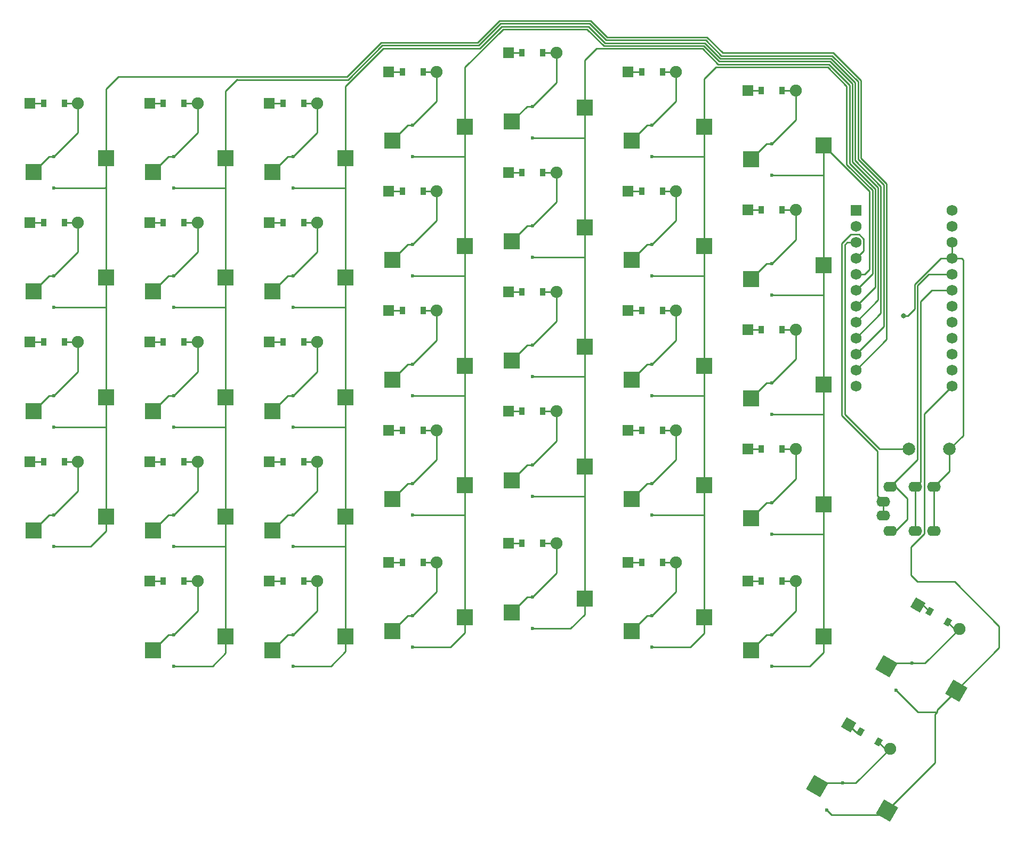
<source format=gbr>
%TF.GenerationSoftware,KiCad,Pcbnew,6.0.2*%
%TF.CreationDate,2022-02-19T14:05:47-05:00*%
%TF.ProjectId,jonkey-v1,6a6f6e6b-6579-42d7-9631-2e6b69636164,v1.0.0*%
%TF.SameCoordinates,Original*%
%TF.FileFunction,Copper,L1,Top*%
%TF.FilePolarity,Positive*%
%FSLAX46Y46*%
G04 Gerber Fmt 4.6, Leading zero omitted, Abs format (unit mm)*
G04 Created by KiCad (PCBNEW 6.0.2) date 2022-02-19 14:05:47*
%MOMM*%
%LPD*%
G01*
G04 APERTURE LIST*
G04 Aperture macros list*
%AMRotRect*
0 Rectangle, with rotation*
0 The origin of the aperture is its center*
0 $1 length*
0 $2 width*
0 $3 Rotation angle, in degrees counterclockwise*
0 Add horizontal line*
21,1,$1,$2,0,0,$3*%
G04 Aperture macros list end*
%TA.AperFunction,SMDPad,CuDef*%
%ADD10R,0.900000X1.200000*%
%TD*%
%TA.AperFunction,ComponentPad*%
%ADD11C,1.905000*%
%TD*%
%TA.AperFunction,ComponentPad*%
%ADD12R,1.778000X1.778000*%
%TD*%
%TA.AperFunction,ComponentPad*%
%ADD13C,0.600000*%
%TD*%
%TA.AperFunction,SMDPad,CuDef*%
%ADD14R,2.600000X2.600000*%
%TD*%
%TA.AperFunction,SMDPad,CuDef*%
%ADD15RotRect,0.900000X1.200000X330.000000*%
%TD*%
%TA.AperFunction,ComponentPad*%
%ADD16RotRect,1.778000X1.778000X330.000000*%
%TD*%
%TA.AperFunction,SMDPad,CuDef*%
%ADD17RotRect,2.600000X2.600000X150.000000*%
%TD*%
%TA.AperFunction,ComponentPad*%
%ADD18R,1.752600X1.752600*%
%TD*%
%TA.AperFunction,ComponentPad*%
%ADD19C,1.752600*%
%TD*%
%TA.AperFunction,ComponentPad*%
%ADD20C,2.000000*%
%TD*%
%TA.AperFunction,ComponentPad*%
%ADD21O,2.200000X1.600000*%
%TD*%
%TA.AperFunction,ViaPad*%
%ADD22C,0.800000*%
%TD*%
%TA.AperFunction,Conductor*%
%ADD23C,0.250000*%
%TD*%
G04 APERTURE END LIST*
D10*
%TO.P,D1,1*%
%TO.N,P10*%
X63370000Y-100280000D03*
%TO.P,D1,2*%
%TO.N,macro_bottom*%
X66670000Y-100280000D03*
D11*
%TO.P,D1,1*%
X68830000Y-100280000D03*
D12*
%TO.P,D1,2*%
%TO.N,P10*%
X61210000Y-100280000D03*
%TD*%
D13*
%TO.P,REF\u002A\u002A,1*%
%TO.N,macro_bottom*%
X65020000Y-108780000D03*
%TD*%
%TO.P,REF\u002A\u002A,1*%
%TO.N,P16*%
X65020000Y-113780000D03*
%TD*%
D14*
%TO.P,S1,1*%
%TO.N,macro_bottom*%
X61745000Y-111230000D03*
%TO.P,S1,2*%
%TO.N,P16*%
X73295000Y-109030000D03*
%TD*%
D10*
%TO.P,D2,1*%
%TO.N,P6*%
X63370000Y-81280000D03*
%TO.P,D2,2*%
%TO.N,macro_home*%
X66670000Y-81280000D03*
D11*
%TO.P,D2,1*%
X68830000Y-81280000D03*
D12*
%TO.P,D2,2*%
%TO.N,P6*%
X61210000Y-81280000D03*
%TD*%
D13*
%TO.P,REF\u002A\u002A,1*%
%TO.N,macro_home*%
X65020000Y-89780000D03*
%TD*%
%TO.P,REF\u002A\u002A,1*%
%TO.N,P16*%
X65020000Y-94780000D03*
%TD*%
D14*
%TO.P,S2,1*%
%TO.N,macro_home*%
X61745000Y-92230000D03*
%TO.P,S2,2*%
%TO.N,P16*%
X73295000Y-90030000D03*
%TD*%
D10*
%TO.P,D3,1*%
%TO.N,P5*%
X63370000Y-62280000D03*
%TO.P,D3,2*%
%TO.N,macro_top*%
X66670000Y-62280000D03*
D11*
%TO.P,D3,1*%
X68830000Y-62280000D03*
D12*
%TO.P,D3,2*%
%TO.N,P5*%
X61210000Y-62280000D03*
%TD*%
D13*
%TO.P,REF\u002A\u002A,1*%
%TO.N,macro_top*%
X65020000Y-70780000D03*
%TD*%
%TO.P,REF\u002A\u002A,1*%
%TO.N,P16*%
X65020000Y-75780000D03*
%TD*%
D14*
%TO.P,S3,1*%
%TO.N,macro_top*%
X61745000Y-73230000D03*
%TO.P,S3,2*%
%TO.N,P16*%
X73295000Y-71030000D03*
%TD*%
D10*
%TO.P,D4,1*%
%TO.N,P4*%
X63370000Y-43280000D03*
%TO.P,D4,2*%
%TO.N,macro_numbers*%
X66670000Y-43280000D03*
D11*
%TO.P,D4,1*%
X68830000Y-43280000D03*
D12*
%TO.P,D4,2*%
%TO.N,P4*%
X61210000Y-43280000D03*
%TD*%
D13*
%TO.P,REF\u002A\u002A,1*%
%TO.N,macro_numbers*%
X65020000Y-51780000D03*
%TD*%
%TO.P,REF\u002A\u002A,1*%
%TO.N,P16*%
X65020000Y-56780000D03*
%TD*%
D14*
%TO.P,S4,1*%
%TO.N,macro_numbers*%
X61745000Y-54230000D03*
%TO.P,S4,2*%
%TO.N,P16*%
X73295000Y-52030000D03*
%TD*%
D10*
%TO.P,D5,1*%
%TO.N,P10*%
X82370000Y-100280000D03*
%TO.P,D5,2*%
%TO.N,command_bottom*%
X85670000Y-100280000D03*
D11*
%TO.P,D5,1*%
X87830000Y-100280000D03*
D12*
%TO.P,D5,2*%
%TO.N,P10*%
X80210000Y-100280000D03*
%TD*%
D13*
%TO.P,REF\u002A\u002A,1*%
%TO.N,command_bottom*%
X84020000Y-108780000D03*
%TD*%
%TO.P,REF\u002A\u002A,1*%
%TO.N,P14*%
X84020000Y-113780000D03*
%TD*%
D14*
%TO.P,S5,1*%
%TO.N,command_bottom*%
X80745000Y-111230000D03*
%TO.P,S5,2*%
%TO.N,P14*%
X92295000Y-109030000D03*
%TD*%
D10*
%TO.P,D6,1*%
%TO.N,P6*%
X82370000Y-81280000D03*
%TO.P,D6,2*%
%TO.N,command_home*%
X85670000Y-81280000D03*
D11*
%TO.P,D6,1*%
X87830000Y-81280000D03*
D12*
%TO.P,D6,2*%
%TO.N,P6*%
X80210000Y-81280000D03*
%TD*%
D13*
%TO.P,REF\u002A\u002A,1*%
%TO.N,command_home*%
X84020000Y-89780000D03*
%TD*%
%TO.P,REF\u002A\u002A,1*%
%TO.N,P14*%
X84020000Y-94780000D03*
%TD*%
D14*
%TO.P,S6,1*%
%TO.N,command_home*%
X80745000Y-92230000D03*
%TO.P,S6,2*%
%TO.N,P14*%
X92295000Y-90030000D03*
%TD*%
D10*
%TO.P,D7,1*%
%TO.N,P5*%
X82370000Y-62280000D03*
%TO.P,D7,2*%
%TO.N,command_top*%
X85670000Y-62280000D03*
D11*
%TO.P,D7,1*%
X87830000Y-62280000D03*
D12*
%TO.P,D7,2*%
%TO.N,P5*%
X80210000Y-62280000D03*
%TD*%
D13*
%TO.P,REF\u002A\u002A,1*%
%TO.N,command_top*%
X84020000Y-70780000D03*
%TD*%
%TO.P,REF\u002A\u002A,1*%
%TO.N,P14*%
X84020000Y-75780000D03*
%TD*%
D14*
%TO.P,S7,1*%
%TO.N,command_top*%
X80745000Y-73230000D03*
%TO.P,S7,2*%
%TO.N,P14*%
X92295000Y-71030000D03*
%TD*%
D10*
%TO.P,D8,1*%
%TO.N,P4*%
X82370000Y-43280000D03*
%TO.P,D8,2*%
%TO.N,command_numbers*%
X85670000Y-43280000D03*
D11*
%TO.P,D8,1*%
X87830000Y-43280000D03*
D12*
%TO.P,D8,2*%
%TO.N,P4*%
X80210000Y-43280000D03*
%TD*%
D13*
%TO.P,REF\u002A\u002A,1*%
%TO.N,command_numbers*%
X84020000Y-51780000D03*
%TD*%
%TO.P,REF\u002A\u002A,1*%
%TO.N,P14*%
X84020000Y-56780000D03*
%TD*%
D14*
%TO.P,S8,1*%
%TO.N,command_numbers*%
X80745000Y-54230000D03*
%TO.P,S8,2*%
%TO.N,P14*%
X92295000Y-52030000D03*
%TD*%
D10*
%TO.P,D9,1*%
%TO.N,P10*%
X101370000Y-100280000D03*
%TO.P,D9,2*%
%TO.N,pinky_bottom*%
X104670000Y-100280000D03*
D11*
%TO.P,D9,1*%
X106830000Y-100280000D03*
D12*
%TO.P,D9,2*%
%TO.N,P10*%
X99210000Y-100280000D03*
%TD*%
D13*
%TO.P,REF\u002A\u002A,1*%
%TO.N,pinky_bottom*%
X103020000Y-108780000D03*
%TD*%
%TO.P,REF\u002A\u002A,1*%
%TO.N,P15*%
X103020000Y-113780000D03*
%TD*%
D14*
%TO.P,S9,1*%
%TO.N,pinky_bottom*%
X99745000Y-111230000D03*
%TO.P,S9,2*%
%TO.N,P15*%
X111295000Y-109030000D03*
%TD*%
D10*
%TO.P,D10,1*%
%TO.N,P6*%
X101370000Y-81280000D03*
%TO.P,D10,2*%
%TO.N,pinky_home*%
X104670000Y-81280000D03*
D11*
%TO.P,D10,1*%
X106830000Y-81280000D03*
D12*
%TO.P,D10,2*%
%TO.N,P6*%
X99210000Y-81280000D03*
%TD*%
D13*
%TO.P,REF\u002A\u002A,1*%
%TO.N,pinky_home*%
X103020000Y-89780000D03*
%TD*%
%TO.P,REF\u002A\u002A,1*%
%TO.N,P15*%
X103020000Y-94780000D03*
%TD*%
D14*
%TO.P,S10,1*%
%TO.N,pinky_home*%
X99745000Y-92230000D03*
%TO.P,S10,2*%
%TO.N,P15*%
X111295000Y-90030000D03*
%TD*%
D10*
%TO.P,D11,1*%
%TO.N,P5*%
X101370000Y-62280000D03*
%TO.P,D11,2*%
%TO.N,pinky_top*%
X104670000Y-62280000D03*
D11*
%TO.P,D11,1*%
X106830000Y-62280000D03*
D12*
%TO.P,D11,2*%
%TO.N,P5*%
X99210000Y-62280000D03*
%TD*%
D13*
%TO.P,REF\u002A\u002A,1*%
%TO.N,pinky_top*%
X103020000Y-70780000D03*
%TD*%
%TO.P,REF\u002A\u002A,1*%
%TO.N,P15*%
X103020000Y-75780000D03*
%TD*%
D14*
%TO.P,S11,1*%
%TO.N,pinky_top*%
X99745000Y-73230000D03*
%TO.P,S11,2*%
%TO.N,P15*%
X111295000Y-71030000D03*
%TD*%
D10*
%TO.P,D12,1*%
%TO.N,P4*%
X101370000Y-43280000D03*
%TO.P,D12,2*%
%TO.N,pinky_numbers*%
X104670000Y-43280000D03*
D11*
%TO.P,D12,1*%
X106830000Y-43280000D03*
D12*
%TO.P,D12,2*%
%TO.N,P4*%
X99210000Y-43280000D03*
%TD*%
D13*
%TO.P,REF\u002A\u002A,1*%
%TO.N,pinky_numbers*%
X103020000Y-51780000D03*
%TD*%
%TO.P,REF\u002A\u002A,1*%
%TO.N,P15*%
X103020000Y-56780000D03*
%TD*%
D14*
%TO.P,S12,1*%
%TO.N,pinky_numbers*%
X99745000Y-54230000D03*
%TO.P,S12,2*%
%TO.N,P15*%
X111295000Y-52030000D03*
%TD*%
D10*
%TO.P,D13,1*%
%TO.N,P10*%
X120370000Y-95280000D03*
%TO.P,D13,2*%
%TO.N,ring_bottom*%
X123670000Y-95280000D03*
D11*
%TO.P,D13,1*%
X125830000Y-95280000D03*
D12*
%TO.P,D13,2*%
%TO.N,P10*%
X118210000Y-95280000D03*
%TD*%
D13*
%TO.P,REF\u002A\u002A,1*%
%TO.N,ring_bottom*%
X122020000Y-103780000D03*
%TD*%
%TO.P,REF\u002A\u002A,1*%
%TO.N,P18*%
X122020000Y-108780000D03*
%TD*%
D14*
%TO.P,S13,1*%
%TO.N,ring_bottom*%
X118745000Y-106230000D03*
%TO.P,S13,2*%
%TO.N,P18*%
X130295000Y-104030000D03*
%TD*%
D10*
%TO.P,D14,1*%
%TO.N,P6*%
X120370000Y-76280000D03*
%TO.P,D14,2*%
%TO.N,ring_home*%
X123670000Y-76280000D03*
D11*
%TO.P,D14,1*%
X125830000Y-76280000D03*
D12*
%TO.P,D14,2*%
%TO.N,P6*%
X118210000Y-76280000D03*
%TD*%
D13*
%TO.P,REF\u002A\u002A,1*%
%TO.N,ring_home*%
X122020000Y-84780000D03*
%TD*%
%TO.P,REF\u002A\u002A,1*%
%TO.N,P18*%
X122020000Y-89780000D03*
%TD*%
D14*
%TO.P,S14,1*%
%TO.N,ring_home*%
X118745000Y-87230000D03*
%TO.P,S14,2*%
%TO.N,P18*%
X130295000Y-85030000D03*
%TD*%
D10*
%TO.P,D15,1*%
%TO.N,P5*%
X120370000Y-57280000D03*
%TO.P,D15,2*%
%TO.N,ring_top*%
X123670000Y-57280000D03*
D11*
%TO.P,D15,1*%
X125830000Y-57280000D03*
D12*
%TO.P,D15,2*%
%TO.N,P5*%
X118210000Y-57280000D03*
%TD*%
D13*
%TO.P,REF\u002A\u002A,1*%
%TO.N,ring_top*%
X122020000Y-65780000D03*
%TD*%
%TO.P,REF\u002A\u002A,1*%
%TO.N,P18*%
X122020000Y-70780000D03*
%TD*%
D14*
%TO.P,S15,1*%
%TO.N,ring_top*%
X118745000Y-68230000D03*
%TO.P,S15,2*%
%TO.N,P18*%
X130295000Y-66030000D03*
%TD*%
D10*
%TO.P,D16,1*%
%TO.N,P4*%
X120370000Y-38280000D03*
%TO.P,D16,2*%
%TO.N,ring_numbers*%
X123670000Y-38280000D03*
D11*
%TO.P,D16,1*%
X125830000Y-38280000D03*
D12*
%TO.P,D16,2*%
%TO.N,P4*%
X118210000Y-38280000D03*
%TD*%
D13*
%TO.P,REF\u002A\u002A,1*%
%TO.N,ring_numbers*%
X122020000Y-46780000D03*
%TD*%
%TO.P,REF\u002A\u002A,1*%
%TO.N,P18*%
X122020000Y-51780000D03*
%TD*%
D14*
%TO.P,S16,1*%
%TO.N,ring_numbers*%
X118745000Y-49230000D03*
%TO.P,S16,2*%
%TO.N,P18*%
X130295000Y-47030000D03*
%TD*%
D10*
%TO.P,D17,1*%
%TO.N,P10*%
X139370000Y-92280000D03*
%TO.P,D17,2*%
%TO.N,middle_bottom*%
X142670000Y-92280000D03*
D11*
%TO.P,D17,1*%
X144830000Y-92280000D03*
D12*
%TO.P,D17,2*%
%TO.N,P10*%
X137210000Y-92280000D03*
%TD*%
D13*
%TO.P,REF\u002A\u002A,1*%
%TO.N,middle_bottom*%
X141020000Y-100780000D03*
%TD*%
%TO.P,REF\u002A\u002A,1*%
%TO.N,P19*%
X141020000Y-105780000D03*
%TD*%
D14*
%TO.P,S17,1*%
%TO.N,middle_bottom*%
X137745000Y-103230000D03*
%TO.P,S17,2*%
%TO.N,P19*%
X149295000Y-101030000D03*
%TD*%
D10*
%TO.P,D18,1*%
%TO.N,P6*%
X139370000Y-73280000D03*
%TO.P,D18,2*%
%TO.N,middle_home*%
X142670000Y-73280000D03*
D11*
%TO.P,D18,1*%
X144830000Y-73280000D03*
D12*
%TO.P,D18,2*%
%TO.N,P6*%
X137210000Y-73280000D03*
%TD*%
D13*
%TO.P,REF\u002A\u002A,1*%
%TO.N,middle_home*%
X141020000Y-81780000D03*
%TD*%
%TO.P,REF\u002A\u002A,1*%
%TO.N,P19*%
X141020000Y-86780000D03*
%TD*%
D14*
%TO.P,S18,1*%
%TO.N,middle_home*%
X137745000Y-84230000D03*
%TO.P,S18,2*%
%TO.N,P19*%
X149295000Y-82030000D03*
%TD*%
D10*
%TO.P,D19,1*%
%TO.N,P5*%
X139370000Y-54280000D03*
%TO.P,D19,2*%
%TO.N,middle_top*%
X142670000Y-54280000D03*
D11*
%TO.P,D19,1*%
X144830000Y-54280000D03*
D12*
%TO.P,D19,2*%
%TO.N,P5*%
X137210000Y-54280000D03*
%TD*%
D13*
%TO.P,REF\u002A\u002A,1*%
%TO.N,middle_top*%
X141020000Y-62780000D03*
%TD*%
%TO.P,REF\u002A\u002A,1*%
%TO.N,P19*%
X141020000Y-67780000D03*
%TD*%
D14*
%TO.P,S19,1*%
%TO.N,middle_top*%
X137745000Y-65230000D03*
%TO.P,S19,2*%
%TO.N,P19*%
X149295000Y-63030000D03*
%TD*%
D10*
%TO.P,D20,1*%
%TO.N,P4*%
X139370000Y-35280000D03*
%TO.P,D20,2*%
%TO.N,middle_numbers*%
X142670000Y-35280000D03*
D11*
%TO.P,D20,1*%
X144830000Y-35280000D03*
D12*
%TO.P,D20,2*%
%TO.N,P4*%
X137210000Y-35280000D03*
%TD*%
D13*
%TO.P,REF\u002A\u002A,1*%
%TO.N,middle_numbers*%
X141020000Y-43780000D03*
%TD*%
%TO.P,REF\u002A\u002A,1*%
%TO.N,P19*%
X141020000Y-48780000D03*
%TD*%
D14*
%TO.P,S20,1*%
%TO.N,middle_numbers*%
X137745000Y-46230000D03*
%TO.P,S20,2*%
%TO.N,P19*%
X149295000Y-44030000D03*
%TD*%
D10*
%TO.P,D21,1*%
%TO.N,P10*%
X158370000Y-95280000D03*
%TO.P,D21,2*%
%TO.N,index_bottom*%
X161670000Y-95280000D03*
D11*
%TO.P,D21,1*%
X163830000Y-95280000D03*
D12*
%TO.P,D21,2*%
%TO.N,P10*%
X156210000Y-95280000D03*
%TD*%
D13*
%TO.P,REF\u002A\u002A,1*%
%TO.N,index_bottom*%
X160020000Y-103780000D03*
%TD*%
%TO.P,REF\u002A\u002A,1*%
%TO.N,P20*%
X160020000Y-108780000D03*
%TD*%
D14*
%TO.P,S21,1*%
%TO.N,index_bottom*%
X156745000Y-106230000D03*
%TO.P,S21,2*%
%TO.N,P20*%
X168295000Y-104030000D03*
%TD*%
D10*
%TO.P,D22,1*%
%TO.N,P6*%
X158370000Y-76280000D03*
%TO.P,D22,2*%
%TO.N,index_home*%
X161670000Y-76280000D03*
D11*
%TO.P,D22,1*%
X163830000Y-76280000D03*
D12*
%TO.P,D22,2*%
%TO.N,P6*%
X156210000Y-76280000D03*
%TD*%
D13*
%TO.P,REF\u002A\u002A,1*%
%TO.N,index_home*%
X160020000Y-84780000D03*
%TD*%
%TO.P,REF\u002A\u002A,1*%
%TO.N,P20*%
X160020000Y-89780000D03*
%TD*%
D14*
%TO.P,S22,1*%
%TO.N,index_home*%
X156745000Y-87230000D03*
%TO.P,S22,2*%
%TO.N,P20*%
X168295000Y-85030000D03*
%TD*%
D10*
%TO.P,D23,1*%
%TO.N,P5*%
X158370000Y-57280000D03*
%TO.P,D23,2*%
%TO.N,index_top*%
X161670000Y-57280000D03*
D11*
%TO.P,D23,1*%
X163830000Y-57280000D03*
D12*
%TO.P,D23,2*%
%TO.N,P5*%
X156210000Y-57280000D03*
%TD*%
D13*
%TO.P,REF\u002A\u002A,1*%
%TO.N,index_top*%
X160020000Y-65780000D03*
%TD*%
%TO.P,REF\u002A\u002A,1*%
%TO.N,P20*%
X160020000Y-70780000D03*
%TD*%
D14*
%TO.P,S23,1*%
%TO.N,index_top*%
X156745000Y-68230000D03*
%TO.P,S23,2*%
%TO.N,P20*%
X168295000Y-66030000D03*
%TD*%
D10*
%TO.P,D24,1*%
%TO.N,P4*%
X158370000Y-38280000D03*
%TO.P,D24,2*%
%TO.N,index_numbers*%
X161670000Y-38280000D03*
D11*
%TO.P,D24,1*%
X163830000Y-38280000D03*
D12*
%TO.P,D24,2*%
%TO.N,P4*%
X156210000Y-38280000D03*
%TD*%
D13*
%TO.P,REF\u002A\u002A,1*%
%TO.N,index_numbers*%
X160020000Y-46780000D03*
%TD*%
%TO.P,REF\u002A\u002A,1*%
%TO.N,P20*%
X160020000Y-51780000D03*
%TD*%
D14*
%TO.P,S24,1*%
%TO.N,index_numbers*%
X156745000Y-49230000D03*
%TO.P,S24,2*%
%TO.N,P20*%
X168295000Y-47030000D03*
%TD*%
D10*
%TO.P,D25,1*%
%TO.N,P10*%
X177370000Y-98280000D03*
%TO.P,D25,2*%
%TO.N,inner_bottom*%
X180670000Y-98280000D03*
D11*
%TO.P,D25,1*%
X182830000Y-98280000D03*
D12*
%TO.P,D25,2*%
%TO.N,P10*%
X175210000Y-98280000D03*
%TD*%
D13*
%TO.P,REF\u002A\u002A,1*%
%TO.N,inner_bottom*%
X179020000Y-106780000D03*
%TD*%
%TO.P,REF\u002A\u002A,1*%
%TO.N,P21*%
X179020000Y-111780000D03*
%TD*%
D14*
%TO.P,S25,1*%
%TO.N,inner_bottom*%
X175745000Y-109230000D03*
%TO.P,S25,2*%
%TO.N,P21*%
X187295000Y-107030000D03*
%TD*%
D10*
%TO.P,D26,1*%
%TO.N,P6*%
X177370000Y-79280000D03*
%TO.P,D26,2*%
%TO.N,inner_home*%
X180670000Y-79280000D03*
D11*
%TO.P,D26,1*%
X182830000Y-79280000D03*
D12*
%TO.P,D26,2*%
%TO.N,P6*%
X175210000Y-79280000D03*
%TD*%
D13*
%TO.P,REF\u002A\u002A,1*%
%TO.N,inner_home*%
X179020000Y-87780000D03*
%TD*%
%TO.P,REF\u002A\u002A,1*%
%TO.N,P21*%
X179020000Y-92780000D03*
%TD*%
D14*
%TO.P,S26,1*%
%TO.N,inner_home*%
X175745000Y-90230000D03*
%TO.P,S26,2*%
%TO.N,P21*%
X187295000Y-88030000D03*
%TD*%
D10*
%TO.P,D27,1*%
%TO.N,P5*%
X177370000Y-60280000D03*
%TO.P,D27,2*%
%TO.N,inner_top*%
X180670000Y-60280000D03*
D11*
%TO.P,D27,1*%
X182830000Y-60280000D03*
D12*
%TO.P,D27,2*%
%TO.N,P5*%
X175210000Y-60280000D03*
%TD*%
D13*
%TO.P,REF\u002A\u002A,1*%
%TO.N,inner_top*%
X179020000Y-68780000D03*
%TD*%
%TO.P,REF\u002A\u002A,1*%
%TO.N,P21*%
X179020000Y-73780000D03*
%TD*%
D14*
%TO.P,S27,1*%
%TO.N,inner_top*%
X175745000Y-71230000D03*
%TO.P,S27,2*%
%TO.N,P21*%
X187295000Y-69030000D03*
%TD*%
D10*
%TO.P,D28,1*%
%TO.N,P4*%
X177370000Y-41280000D03*
%TO.P,D28,2*%
%TO.N,inner_numbers*%
X180670000Y-41280000D03*
D11*
%TO.P,D28,1*%
X182830000Y-41280000D03*
D12*
%TO.P,D28,2*%
%TO.N,P4*%
X175210000Y-41280000D03*
%TD*%
D13*
%TO.P,REF\u002A\u002A,1*%
%TO.N,inner_numbers*%
X179020000Y-49780000D03*
%TD*%
%TO.P,REF\u002A\u002A,1*%
%TO.N,P21*%
X179020000Y-54780000D03*
%TD*%
D14*
%TO.P,S28,1*%
%TO.N,inner_numbers*%
X175745000Y-52230000D03*
%TO.P,S28,2*%
%TO.N,P21*%
X187295000Y-50030000D03*
%TD*%
D10*
%TO.P,D29,1*%
%TO.N,P7*%
X158370000Y-116280000D03*
%TO.P,D29,2*%
%TO.N,index_thumb*%
X161670000Y-116280000D03*
D11*
%TO.P,D29,1*%
X163830000Y-116280000D03*
D12*
%TO.P,D29,2*%
%TO.N,P7*%
X156210000Y-116280000D03*
%TD*%
D13*
%TO.P,REF\u002A\u002A,1*%
%TO.N,index_thumb*%
X160020000Y-124780000D03*
%TD*%
%TO.P,REF\u002A\u002A,1*%
%TO.N,P20*%
X160020000Y-129780000D03*
%TD*%
D14*
%TO.P,S29,1*%
%TO.N,index_thumb*%
X156745000Y-127230000D03*
%TO.P,S29,2*%
%TO.N,P20*%
X168295000Y-125030000D03*
%TD*%
D10*
%TO.P,D30,1*%
%TO.N,P7*%
X177370000Y-119280000D03*
%TO.P,D30,2*%
%TO.N,inner_thumb*%
X180670000Y-119280000D03*
D11*
%TO.P,D30,1*%
X182830000Y-119280000D03*
D12*
%TO.P,D30,2*%
%TO.N,P7*%
X175210000Y-119280000D03*
%TD*%
D13*
%TO.P,REF\u002A\u002A,1*%
%TO.N,inner_thumb*%
X179020000Y-127780000D03*
%TD*%
%TO.P,REF\u002A\u002A,1*%
%TO.N,P21*%
X179020000Y-132780000D03*
%TD*%
D14*
%TO.P,S30,1*%
%TO.N,inner_thumb*%
X175745000Y-130230000D03*
%TO.P,S30,2*%
%TO.N,P21*%
X187295000Y-128030000D03*
%TD*%
D15*
%TO.P,D31,1*%
%TO.N,P7*%
X204091058Y-124124873D03*
%TO.P,D31,2*%
%TO.N,far_thumb*%
X206948942Y-125774873D03*
D11*
%TO.P,D31,1*%
X208819557Y-126854873D03*
D16*
%TO.P,D31,2*%
%TO.N,P7*%
X202220443Y-123044873D03*
%TD*%
D13*
%TO.P,REF\u002A\u002A,1*%
%TO.N,far_thumb*%
X201270000Y-132311089D03*
%TD*%
%TO.P,REF\u002A\u002A,1*%
%TO.N,P9*%
X198770000Y-136641216D03*
%TD*%
D17*
%TO.P,S31,1*%
%TO.N,far_thumb*%
X197208767Y-132795351D03*
%TO.P,S31,2*%
%TO.N,P9*%
X208311360Y-136665095D03*
%TD*%
D15*
%TO.P,D32,1*%
%TO.N,P8*%
X193091058Y-143177432D03*
%TO.P,D32,2*%
%TO.N,near_thumb*%
X195948942Y-144827432D03*
D11*
%TO.P,D32,1*%
X197819557Y-145907432D03*
D16*
%TO.P,D32,2*%
%TO.N,P8*%
X191220443Y-142097432D03*
%TD*%
D13*
%TO.P,REF\u002A\u002A,1*%
%TO.N,near_thumb*%
X190270000Y-151363648D03*
%TD*%
%TO.P,REF\u002A\u002A,1*%
%TO.N,P9*%
X187770000Y-155693775D03*
%TD*%
D17*
%TO.P,S32,1*%
%TO.N,near_thumb*%
X186208767Y-151847910D03*
%TO.P,S32,2*%
%TO.N,P9*%
X197311360Y-155717654D03*
%TD*%
D10*
%TO.P,D33,1*%
%TO.N,P7*%
X82370000Y-119280000D03*
%TO.P,D33,2*%
%TO.N,ctrl_thumb*%
X85670000Y-119280000D03*
D11*
%TO.P,D33,1*%
X87830000Y-119280000D03*
D12*
%TO.P,D33,2*%
%TO.N,P7*%
X80210000Y-119280000D03*
%TD*%
D13*
%TO.P,REF\u002A\u002A,1*%
%TO.N,ctrl_thumb*%
X84020000Y-127780000D03*
%TD*%
%TO.P,REF\u002A\u002A,1*%
%TO.N,P14*%
X84020000Y-132780000D03*
%TD*%
D14*
%TO.P,S33,1*%
%TO.N,ctrl_thumb*%
X80745000Y-130230000D03*
%TO.P,S33,2*%
%TO.N,P14*%
X92295000Y-128030000D03*
%TD*%
D10*
%TO.P,D34,1*%
%TO.N,P7*%
X101370000Y-119280000D03*
%TO.P,D34,2*%
%TO.N,meta_thumb*%
X104670000Y-119280000D03*
D11*
%TO.P,D34,1*%
X106830000Y-119280000D03*
D12*
%TO.P,D34,2*%
%TO.N,P7*%
X99210000Y-119280000D03*
%TD*%
D13*
%TO.P,REF\u002A\u002A,1*%
%TO.N,meta_thumb*%
X103020000Y-127780000D03*
%TD*%
%TO.P,REF\u002A\u002A,1*%
%TO.N,P15*%
X103020000Y-132780000D03*
%TD*%
D14*
%TO.P,S34,1*%
%TO.N,meta_thumb*%
X99745000Y-130230000D03*
%TO.P,S34,2*%
%TO.N,P15*%
X111295000Y-128030000D03*
%TD*%
D10*
%TO.P,D35,1*%
%TO.N,P7*%
X120370000Y-116280000D03*
%TO.P,D35,2*%
%TO.N,alt_thumb*%
X123670000Y-116280000D03*
D11*
%TO.P,D35,1*%
X125830000Y-116280000D03*
D12*
%TO.P,D35,2*%
%TO.N,P7*%
X118210000Y-116280000D03*
%TD*%
D13*
%TO.P,REF\u002A\u002A,1*%
%TO.N,alt_thumb*%
X122020000Y-124780000D03*
%TD*%
%TO.P,REF\u002A\u002A,1*%
%TO.N,P18*%
X122020000Y-129780000D03*
%TD*%
D14*
%TO.P,S35,1*%
%TO.N,alt_thumb*%
X118745000Y-127230000D03*
%TO.P,S35,2*%
%TO.N,P18*%
X130295000Y-125030000D03*
%TD*%
D10*
%TO.P,D36,1*%
%TO.N,P7*%
X139370000Y-113280000D03*
%TO.P,D36,2*%
%TO.N,fn_thumb*%
X142670000Y-113280000D03*
D11*
%TO.P,D36,1*%
X144830000Y-113280000D03*
D12*
%TO.P,D36,2*%
%TO.N,P7*%
X137210000Y-113280000D03*
%TD*%
D13*
%TO.P,REF\u002A\u002A,1*%
%TO.N,fn_thumb*%
X141020000Y-121780000D03*
%TD*%
%TO.P,REF\u002A\u002A,1*%
%TO.N,P19*%
X141020000Y-126780000D03*
%TD*%
D14*
%TO.P,S36,1*%
%TO.N,fn_thumb*%
X137745000Y-124230000D03*
%TO.P,S36,2*%
%TO.N,P19*%
X149295000Y-122030000D03*
%TD*%
D18*
%TO.P,MCU1,1*%
%TO.N,RAW*%
X192400000Y-60310000D03*
D19*
%TO.P,MCU1,2*%
%TO.N,GND*%
X192400000Y-62850000D03*
%TO.P,MCU1,3*%
%TO.N,RST*%
X192400000Y-65390000D03*
%TO.P,MCU1,4*%
%TO.N,VCC*%
X192400000Y-67930000D03*
%TO.P,MCU1,5*%
%TO.N,P21*%
X192400000Y-70470000D03*
%TO.P,MCU1,6*%
%TO.N,P20*%
X192400000Y-73010000D03*
%TO.P,MCU1,7*%
%TO.N,P19*%
X192400000Y-75550000D03*
%TO.P,MCU1,8*%
%TO.N,P18*%
X192400000Y-78090000D03*
%TO.P,MCU1,9*%
%TO.N,P15*%
X192400000Y-80630000D03*
%TO.P,MCU1,10*%
%TO.N,P14*%
X192400000Y-83170000D03*
%TO.P,MCU1,11*%
%TO.N,P16*%
X192400000Y-85710000D03*
%TO.P,MCU1,12*%
%TO.N,P10*%
X192400000Y-88250000D03*
%TO.P,MCU1,13*%
%TO.N,P1*%
X207640000Y-60310000D03*
%TO.P,MCU1,14*%
%TO.N,P0*%
X207640000Y-62850000D03*
%TO.P,MCU1,15*%
%TO.N,GND*%
X207640000Y-65390000D03*
%TO.P,MCU1,16*%
X207640000Y-67930000D03*
%TO.P,MCU1,17*%
%TO.N,P2*%
X207640000Y-70470000D03*
%TO.P,MCU1,18*%
%TO.N,P3*%
X207640000Y-73010000D03*
%TO.P,MCU1,19*%
%TO.N,P4*%
X207640000Y-75550000D03*
%TO.P,MCU1,20*%
%TO.N,P5*%
X207640000Y-78090000D03*
%TO.P,MCU1,21*%
%TO.N,P6*%
X207640000Y-80630000D03*
%TO.P,MCU1,22*%
%TO.N,P7*%
X207640000Y-83170000D03*
%TO.P,MCU1,23*%
%TO.N,P8*%
X207640000Y-85710000D03*
%TO.P,MCU1,24*%
%TO.N,P9*%
X207640000Y-88250000D03*
%TD*%
D20*
%TO.P,B1,1*%
%TO.N,RST*%
X200770000Y-98280000D03*
%TO.P,B1,2*%
%TO.N,GND*%
X207270000Y-98280000D03*
%TD*%
D21*
%TO.P,REF\u002A\u002A,1*%
%TO.N,VCC*%
X196720000Y-106680000D03*
%TO.P,REF\u002A\u002A,2*%
%TO.N,P2*%
X197820000Y-111280000D03*
%TO.P,REF\u002A\u002A,3*%
%TO.N,P3*%
X201820000Y-111280000D03*
%TO.P,REF\u002A\u002A,4*%
%TO.N,GND*%
X204820000Y-111280000D03*
%TO.P,REF\u002A\u002A,1*%
%TO.N,VCC*%
X196720000Y-108880000D03*
%TO.P,REF\u002A\u002A,2*%
%TO.N,P2*%
X197820000Y-104280000D03*
%TO.P,REF\u002A\u002A,3*%
%TO.N,P3*%
X201820000Y-104280000D03*
%TO.P,REF\u002A\u002A,4*%
%TO.N,GND*%
X204820000Y-104280000D03*
%TD*%
D22*
%TO.N,GND*%
X199954374Y-77074874D03*
%TD*%
D23*
%TO.N,P9*%
X207640000Y-88250000D02*
X203244520Y-92645480D01*
X203244520Y-92645480D02*
X203244520Y-111745791D01*
X203244520Y-111745791D02*
X201120290Y-113870021D01*
X201120290Y-113870021D02*
X201120290Y-118345251D01*
X201120290Y-118345251D02*
X202155039Y-119380000D01*
X202155039Y-119380000D02*
X208063018Y-119380000D01*
X208063018Y-119380000D02*
X215104396Y-126421378D01*
X215104396Y-126421378D02*
X215104396Y-129872059D01*
X215104396Y-129872059D02*
X208311360Y-136665095D01*
%TO.N,GND*%
X207640000Y-67930000D02*
X205874282Y-67930000D01*
X205874282Y-67930000D02*
X201730480Y-72073802D01*
X201730480Y-72073802D02*
X201730480Y-75993112D01*
X201730480Y-75993112D02*
X200648718Y-77074874D01*
X200648718Y-77074874D02*
X199954374Y-77074874D01*
%TO.N,P5*%
X63370000Y-62280000D02*
X61210000Y-62280000D01*
%TO.N,macro_top*%
X68830000Y-62280000D02*
X66670000Y-62280000D01*
X65020000Y-70780000D02*
X68830000Y-66970000D01*
X68830000Y-66970000D02*
X68830000Y-62280000D01*
X61745000Y-73230000D02*
X64195000Y-70780000D01*
X64195000Y-70780000D02*
X65020000Y-70780000D01*
%TO.N,GND*%
X209146303Y-67930000D02*
X209431410Y-68215107D01*
X207640000Y-67930000D02*
X209146303Y-67930000D01*
X209431410Y-68215107D02*
X209431410Y-96118590D01*
X209431410Y-96118590D02*
X207270000Y-98280000D01*
%TO.N,inner_home*%
X179020000Y-87780000D02*
X182830000Y-83970000D01*
X182830000Y-83970000D02*
X182830000Y-79280000D01*
X179020000Y-87780000D02*
X178195000Y-87780000D01*
X178195000Y-87780000D02*
X175745000Y-90230000D01*
X180670000Y-79280000D02*
X182830000Y-79280000D01*
%TO.N,P6*%
X175210000Y-79280000D02*
X177370000Y-79280000D01*
X156210000Y-76280000D02*
X158370000Y-76280000D01*
%TO.N,index_home*%
X161670000Y-76280000D02*
X163830000Y-76280000D01*
X160020000Y-84780000D02*
X163830000Y-80970000D01*
X163830000Y-80970000D02*
X163830000Y-76280000D01*
X160020000Y-84780000D02*
X159195000Y-84780000D01*
X159195000Y-84780000D02*
X156745000Y-87230000D01*
%TO.N,P6*%
X139370000Y-73280000D02*
X137210000Y-73280000D01*
%TO.N,middle_home*%
X144830000Y-73280000D02*
X142670000Y-73280000D01*
X141020000Y-81780000D02*
X144830000Y-77970000D01*
X144830000Y-77970000D02*
X144830000Y-73280000D01*
X141020000Y-81780000D02*
X140195000Y-81780000D01*
X140195000Y-81780000D02*
X137745000Y-84230000D01*
%TO.N,P6*%
X118210000Y-76280000D02*
X120370000Y-76280000D01*
%TO.N,ring_home*%
X125830000Y-76280000D02*
X123670000Y-76280000D01*
X122020000Y-84780000D02*
X125830000Y-80970000D01*
X125830000Y-80970000D02*
X125830000Y-76280000D01*
X118745000Y-87230000D02*
X121195000Y-84780000D01*
X121195000Y-84780000D02*
X122020000Y-84780000D01*
%TO.N,P6*%
X101370000Y-81280000D02*
X99210000Y-81280000D01*
%TO.N,pinky_home*%
X106830000Y-81280000D02*
X104670000Y-81280000D01*
X103020000Y-89780000D02*
X106830000Y-85970000D01*
X106830000Y-85970000D02*
X106830000Y-81280000D01*
X99745000Y-92230000D02*
X102195000Y-89780000D01*
X102195000Y-89780000D02*
X103020000Y-89780000D01*
%TO.N,P6*%
X82370000Y-81280000D02*
X80210000Y-81280000D01*
%TO.N,command_home*%
X87830000Y-81280000D02*
X85670000Y-81280000D01*
X84020000Y-89780000D02*
X87830000Y-85970000D01*
X87830000Y-85970000D02*
X87830000Y-81280000D01*
X84020000Y-89780000D02*
X83195000Y-89780000D01*
X83195000Y-89780000D02*
X80745000Y-92230000D01*
%TO.N,P4*%
X61210000Y-43280000D02*
X63370000Y-43280000D01*
%TO.N,macro_numbers*%
X66670000Y-43280000D02*
X68830000Y-43280000D01*
X65020000Y-51780000D02*
X68830000Y-47970000D01*
X68830000Y-47970000D02*
X68830000Y-43280000D01*
X65020000Y-51780000D02*
X64195000Y-51780000D01*
X64195000Y-51780000D02*
X61745000Y-54230000D01*
%TO.N,P4*%
X80210000Y-43280000D02*
X82370000Y-43280000D01*
%TO.N,command_numbers*%
X85670000Y-43280000D02*
X87830000Y-43280000D01*
X84020000Y-51780000D02*
X87830000Y-47970000D01*
X87830000Y-47970000D02*
X87830000Y-43280000D01*
X84020000Y-51780000D02*
X83195000Y-51780000D01*
X83195000Y-51780000D02*
X80745000Y-54230000D01*
%TO.N,P4*%
X101370000Y-43280000D02*
X99210000Y-43280000D01*
%TO.N,pinky_numbers*%
X106830000Y-43280000D02*
X104670000Y-43280000D01*
X103020000Y-51780000D02*
X106830000Y-47970000D01*
X106830000Y-47970000D02*
X106830000Y-43280000D01*
X99745000Y-54230000D02*
X102195000Y-51780000D01*
X102195000Y-51780000D02*
X103020000Y-51780000D01*
%TO.N,P4*%
X120370000Y-38280000D02*
X118210000Y-38280000D01*
%TO.N,ring_numbers*%
X125830000Y-38280000D02*
X123670000Y-38280000D01*
X122020000Y-46780000D02*
X125830000Y-42970000D01*
X125830000Y-42970000D02*
X125830000Y-38280000D01*
X118745000Y-49230000D02*
X121195000Y-46780000D01*
X121195000Y-46780000D02*
X122020000Y-46780000D01*
%TO.N,P4*%
X139370000Y-35280000D02*
X137210000Y-35280000D01*
%TO.N,middle_numbers*%
X144830000Y-35280000D02*
X142670000Y-35280000D01*
X141020000Y-43780000D02*
X144830000Y-39970000D01*
X144830000Y-39970000D02*
X144830000Y-35280000D01*
X141020000Y-43780000D02*
X140195000Y-43780000D01*
X140195000Y-43780000D02*
X137745000Y-46230000D01*
%TO.N,P4*%
X158370000Y-38280000D02*
X156210000Y-38280000D01*
%TO.N,index_numbers*%
X160020000Y-46780000D02*
X163830000Y-42970000D01*
X163830000Y-42970000D02*
X163830000Y-38280000D01*
X160020000Y-46780000D02*
X159195000Y-46780000D01*
X159195000Y-46780000D02*
X156745000Y-49230000D01*
X163830000Y-38280000D02*
X161670000Y-38280000D01*
%TO.N,P4*%
X177370000Y-41280000D02*
X175210000Y-41280000D01*
%TO.N,inner_numbers*%
X182830000Y-41280000D02*
X180670000Y-41280000D01*
X179020000Y-49780000D02*
X182830000Y-45970000D01*
X182830000Y-45970000D02*
X182830000Y-41280000D01*
X175745000Y-52230000D02*
X178195000Y-49780000D01*
X178195000Y-49780000D02*
X179020000Y-49780000D01*
%TO.N,P5*%
X177370000Y-60280000D02*
X175210000Y-60280000D01*
%TO.N,inner_top*%
X182830000Y-60280000D02*
X180670000Y-60280000D01*
X179020000Y-68780000D02*
X182830000Y-64970000D01*
X182830000Y-64970000D02*
X182830000Y-60280000D01*
X179020000Y-68780000D02*
X178195000Y-68780000D01*
X178195000Y-68780000D02*
X175745000Y-71230000D01*
%TO.N,P5*%
X158370000Y-57280000D02*
X156210000Y-57280000D01*
%TO.N,index_top*%
X163830000Y-57280000D02*
X161670000Y-57280000D01*
X160020000Y-65780000D02*
X163830000Y-61970000D01*
X163830000Y-61970000D02*
X163830000Y-57280000D01*
X160020000Y-65780000D02*
X159195000Y-65780000D01*
X159195000Y-65780000D02*
X156745000Y-68230000D01*
%TO.N,P5*%
X139370000Y-54280000D02*
X137210000Y-54280000D01*
%TO.N,middle_top*%
X144830000Y-54280000D02*
X142670000Y-54280000D01*
X141020000Y-62780000D02*
X144830000Y-58970000D01*
X144830000Y-58970000D02*
X144830000Y-54280000D01*
X141020000Y-62780000D02*
X140195000Y-62780000D01*
X140195000Y-62780000D02*
X137745000Y-65230000D01*
%TO.N,P5*%
X120370000Y-57280000D02*
X118210000Y-57280000D01*
%TO.N,ring_top*%
X125830000Y-57280000D02*
X123670000Y-57280000D01*
X122020000Y-65780000D02*
X125830000Y-61970000D01*
X125830000Y-61970000D02*
X125830000Y-57280000D01*
X122020000Y-65780000D02*
X121195000Y-65780000D01*
X121195000Y-65780000D02*
X118745000Y-68230000D01*
%TO.N,pinky_top*%
X103020000Y-70780000D02*
X106830000Y-66970000D01*
X106830000Y-66970000D02*
X106830000Y-62280000D01*
X103020000Y-70780000D02*
X102195000Y-70780000D01*
X102195000Y-70780000D02*
X99745000Y-73230000D01*
X104670000Y-62280000D02*
X106830000Y-62280000D01*
%TO.N,P5*%
X99210000Y-62280000D02*
X101370000Y-62280000D01*
X82370000Y-62280000D02*
X80210000Y-62280000D01*
%TO.N,command_top*%
X87830000Y-62280000D02*
X85670000Y-62280000D01*
X84020000Y-70780000D02*
X87830000Y-66970000D01*
X87830000Y-66970000D02*
X87830000Y-62280000D01*
X80745000Y-73230000D02*
X83195000Y-70780000D01*
X83195000Y-70780000D02*
X84020000Y-70780000D01*
%TO.N,P6*%
X63370000Y-81280000D02*
X61210000Y-81280000D01*
%TO.N,macro_home*%
X68830000Y-81280000D02*
X66670000Y-81280000D01*
X65020000Y-89780000D02*
X68830000Y-85970000D01*
X68830000Y-85970000D02*
X68830000Y-81280000D01*
X65020000Y-89780000D02*
X64195000Y-89780000D01*
X64195000Y-89780000D02*
X61745000Y-92230000D01*
%TO.N,P10*%
X63370000Y-100280000D02*
X61210000Y-100280000D01*
%TO.N,macro_bottom*%
X68830000Y-100280000D02*
X66670000Y-100280000D01*
X65020000Y-108780000D02*
X68830000Y-104970000D01*
X68830000Y-104970000D02*
X68830000Y-100280000D01*
X65020000Y-108780000D02*
X64195000Y-108780000D01*
X64195000Y-108780000D02*
X61745000Y-111230000D01*
%TO.N,P10*%
X82370000Y-100280000D02*
X80210000Y-100280000D01*
%TO.N,command_bottom*%
X87830000Y-100280000D02*
X85670000Y-100280000D01*
X84020000Y-108780000D02*
X87830000Y-104970000D01*
X87830000Y-104970000D02*
X87830000Y-100280000D01*
X84020000Y-108780000D02*
X83195000Y-108780000D01*
X83195000Y-108780000D02*
X80745000Y-111230000D01*
%TO.N,P10*%
X101370000Y-100280000D02*
X99210000Y-100280000D01*
%TO.N,pinky_bottom*%
X106830000Y-100280000D02*
X104670000Y-100280000D01*
X103020000Y-108780000D02*
X106830000Y-104970000D01*
X106830000Y-104970000D02*
X106830000Y-100280000D01*
X99745000Y-111230000D02*
X102195000Y-108780000D01*
X102195000Y-108780000D02*
X103020000Y-108780000D01*
%TO.N,P10*%
X120370000Y-95280000D02*
X118210000Y-95280000D01*
%TO.N,ring_bottom*%
X123670000Y-95280000D02*
X125830000Y-95280000D01*
X122020000Y-103780000D02*
X125830000Y-99970000D01*
X125830000Y-99970000D02*
X125830000Y-95280000D01*
X122020000Y-103780000D02*
X121195000Y-103780000D01*
X121195000Y-103780000D02*
X118745000Y-106230000D01*
%TO.N,P10*%
X137210000Y-92280000D02*
X139370000Y-92280000D01*
%TO.N,middle_bottom*%
X142670000Y-92280000D02*
X144830000Y-92280000D01*
X141020000Y-100780000D02*
X144830000Y-96970000D01*
X144830000Y-96970000D02*
X144830000Y-92280000D01*
X137745000Y-103230000D02*
X140195000Y-100780000D01*
X140195000Y-100780000D02*
X141020000Y-100780000D01*
%TO.N,P10*%
X158370000Y-95280000D02*
X156210000Y-95280000D01*
%TO.N,index_bottom*%
X163830000Y-95280000D02*
X161670000Y-95280000D01*
X160020000Y-103780000D02*
X163830000Y-99970000D01*
X163830000Y-99970000D02*
X163830000Y-95280000D01*
X156745000Y-106230000D02*
X159195000Y-103780000D01*
X159195000Y-103780000D02*
X160020000Y-103780000D01*
%TO.N,P10*%
X177370000Y-98280000D02*
X175210000Y-98280000D01*
%TO.N,inner_bottom*%
X182830000Y-98280000D02*
X180670000Y-98280000D01*
X179020000Y-106780000D02*
X182830000Y-102970000D01*
X182830000Y-102970000D02*
X182830000Y-98280000D01*
X179020000Y-106780000D02*
X178195000Y-106780000D01*
X178195000Y-106780000D02*
X175745000Y-109230000D01*
%TO.N,P7*%
X202220443Y-123044873D02*
X203011058Y-123044873D01*
X203011058Y-123044873D02*
X204091058Y-124124873D01*
%TO.N,far_thumb*%
X208819557Y-126854873D02*
X208028942Y-126854873D01*
X208028942Y-126854873D02*
X206948942Y-125774873D01*
X201270000Y-132311089D02*
X203363341Y-132311089D01*
X203363341Y-132311089D02*
X208819557Y-126854873D01*
X197208767Y-132795351D02*
X197693029Y-132311089D01*
X197693029Y-132311089D02*
X201270000Y-132311089D01*
%TO.N,P8*%
X193091058Y-143177432D02*
X192300443Y-143177432D01*
X192300443Y-143177432D02*
X191220443Y-142097432D01*
%TO.N,near_thumb*%
X197819557Y-145907432D02*
X197028942Y-145907432D01*
X197028942Y-145907432D02*
X195948942Y-144827432D01*
X190270000Y-151363648D02*
X192363341Y-151363648D01*
X192363341Y-151363648D02*
X197819557Y-145907432D01*
X186208767Y-151847910D02*
X186693029Y-151363648D01*
X186693029Y-151363648D02*
X190270000Y-151363648D01*
%TO.N,P7*%
X82370000Y-119280000D02*
X80210000Y-119280000D01*
%TO.N,ctrl_thumb*%
X87830000Y-119280000D02*
X85670000Y-119280000D01*
X84020000Y-127780000D02*
X87830000Y-123970000D01*
X87830000Y-123970000D02*
X87830000Y-119280000D01*
X84020000Y-127780000D02*
X83195000Y-127780000D01*
X83195000Y-127780000D02*
X80745000Y-130230000D01*
%TO.N,P7*%
X101370000Y-119280000D02*
X99210000Y-119280000D01*
%TO.N,meta_thumb*%
X106830000Y-119280000D02*
X104670000Y-119280000D01*
X103020000Y-127780000D02*
X106830000Y-123970000D01*
X106830000Y-123970000D02*
X106830000Y-119280000D01*
X103020000Y-127780000D02*
X102195000Y-127780000D01*
X102195000Y-127780000D02*
X99745000Y-130230000D01*
%TO.N,P7*%
X120370000Y-116280000D02*
X118210000Y-116280000D01*
%TO.N,alt_thumb*%
X125830000Y-116280000D02*
X123670000Y-116280000D01*
X122020000Y-124780000D02*
X125830000Y-120970000D01*
X125830000Y-120970000D02*
X125830000Y-116280000D01*
X122020000Y-124780000D02*
X121195000Y-124780000D01*
X121195000Y-124780000D02*
X118745000Y-127230000D01*
%TO.N,P7*%
X139370000Y-113280000D02*
X137210000Y-113280000D01*
%TO.N,fn_thumb*%
X144830000Y-113280000D02*
X142670000Y-113280000D01*
X141020000Y-121780000D02*
X144830000Y-117970000D01*
X144830000Y-117970000D02*
X144830000Y-113280000D01*
X137745000Y-124230000D02*
X140195000Y-121780000D01*
X140195000Y-121780000D02*
X141020000Y-121780000D01*
%TO.N,P7*%
X158370000Y-116280000D02*
X156210000Y-116280000D01*
%TO.N,index_thumb*%
X161670000Y-116280000D02*
X163830000Y-116280000D01*
X160020000Y-124780000D02*
X163830000Y-120970000D01*
X163830000Y-120970000D02*
X163830000Y-116280000D01*
X156745000Y-127230000D02*
X159195000Y-124780000D01*
X159195000Y-124780000D02*
X160020000Y-124780000D01*
%TO.N,P7*%
X175210000Y-119280000D02*
X177370000Y-119280000D01*
%TO.N,inner_thumb*%
X180670000Y-119280000D02*
X182830000Y-119280000D01*
X179020000Y-127780000D02*
X182830000Y-123970000D01*
X182830000Y-123970000D02*
X182830000Y-119280000D01*
X175745000Y-130230000D02*
X178195000Y-127780000D01*
X178195000Y-127780000D02*
X179020000Y-127780000D01*
%TO.N,P9*%
X187770000Y-155693775D02*
X188543638Y-156467413D01*
X188543638Y-156467413D02*
X196561601Y-156467413D01*
X196561601Y-156467413D02*
X197311360Y-155717654D01*
X198770000Y-136641216D02*
X202243386Y-140114602D01*
X202243386Y-140114602D02*
X205261795Y-140114602D01*
X197311360Y-155717654D02*
X204911845Y-148117169D01*
X204911845Y-148117169D02*
X204911845Y-140464552D01*
X204911845Y-140464552D02*
X205261795Y-140114602D01*
X205261795Y-139714660D02*
X208311360Y-136665095D01*
X205261795Y-140114602D02*
X205261795Y-139714660D01*
%TO.N,P21*%
X185081406Y-132780000D02*
X185084057Y-132782651D01*
X179020000Y-132780000D02*
X185081406Y-132780000D01*
X187295000Y-130571708D02*
X187295000Y-128030000D01*
X185084057Y-132782651D02*
X187295000Y-130571708D01*
X187295000Y-107030000D02*
X187295000Y-111726574D01*
X187295000Y-111726574D02*
X187295000Y-128030000D01*
X179020000Y-111780000D02*
X187241574Y-111780000D01*
X187241574Y-111780000D02*
X187295000Y-111726574D01*
X187295000Y-88030000D02*
X187295000Y-92770952D01*
X187295000Y-92770952D02*
X187295000Y-107030000D01*
X179020000Y-92780000D02*
X187285952Y-92780000D01*
X187285952Y-92780000D02*
X187295000Y-92770952D01*
X187295000Y-69030000D02*
X187295000Y-73745892D01*
X187295000Y-73745892D02*
X187295000Y-88030000D01*
X179020000Y-73780000D02*
X187260892Y-73780000D01*
X187260892Y-73780000D02*
X187295000Y-73745892D01*
X187295000Y-50030000D02*
X187295000Y-54755550D01*
X179020000Y-54780000D02*
X187270550Y-54780000D01*
X187295000Y-54755550D02*
X187295000Y-69030000D01*
X187270550Y-54780000D02*
X187295000Y-54755550D01*
%TO.N,P20*%
X160020000Y-129780000D02*
X166073370Y-129780000D01*
X166073370Y-129780000D02*
X168295000Y-127558370D01*
X168295000Y-127558370D02*
X168295000Y-125030000D01*
X168295000Y-104030000D02*
X168295000Y-108746517D01*
X168261517Y-108780000D02*
X168295000Y-108746517D01*
X168295000Y-108746517D02*
X168295000Y-125030000D01*
X160020000Y-108780000D02*
X168261517Y-108780000D01*
X168295000Y-85030000D02*
X168295000Y-89767749D01*
X168295000Y-89767749D02*
X168295000Y-104030000D01*
X160020000Y-89780000D02*
X168282749Y-89780000D01*
X168282749Y-89780000D02*
X168295000Y-89767749D01*
X168295000Y-66030000D02*
X168295000Y-70788979D01*
X168295000Y-70788979D02*
X168295000Y-85030000D01*
X160020000Y-70780000D02*
X168286021Y-70780000D01*
X168286021Y-70780000D02*
X168295000Y-70788979D01*
X168295000Y-47030000D02*
X168295000Y-51723417D01*
X168295000Y-51723417D02*
X168295000Y-66030000D01*
X160020000Y-51780000D02*
X168238417Y-51780000D01*
X168238417Y-51780000D02*
X168295000Y-51723417D01*
%TO.N,P19*%
X141020000Y-126780000D02*
X147082678Y-126780000D01*
X147082678Y-126780000D02*
X149295000Y-124567678D01*
X149295000Y-124567678D02*
X149295000Y-122030000D01*
X149295000Y-101030000D02*
X149295000Y-105731158D01*
X141020000Y-105780000D02*
X149246158Y-105780000D01*
X149295000Y-105731158D02*
X149295000Y-122030000D01*
X149246158Y-105780000D02*
X149295000Y-105731158D01*
X149295000Y-82030000D02*
X149295000Y-86775535D01*
X149295000Y-86775535D02*
X149295000Y-101030000D01*
X141020000Y-86780000D02*
X149290535Y-86780000D01*
X149290535Y-86780000D02*
X149295000Y-86775535D01*
X149295000Y-63030000D02*
X149295000Y-67736589D01*
X149295000Y-67736589D02*
X149295000Y-82030000D01*
X141020000Y-67780000D02*
X149251589Y-67780000D01*
X149251589Y-67780000D02*
X149295000Y-67736589D01*
X149295000Y-44030000D02*
X149295000Y-48780964D01*
X149295000Y-48780964D02*
X149295000Y-63030000D01*
X141020000Y-48780000D02*
X149294036Y-48780000D01*
X149294036Y-48780000D02*
X149295000Y-48780964D01*
%TO.N,P18*%
X122020000Y-129780000D02*
X128020484Y-129780000D01*
X128020484Y-129780000D02*
X130295000Y-127505484D01*
X130295000Y-127505484D02*
X130295000Y-125030000D01*
X130295000Y-104030000D02*
X130295000Y-108791552D01*
X130283448Y-108780000D02*
X130295000Y-108791552D01*
X130295000Y-108791552D02*
X130295000Y-125030000D01*
X122020000Y-108780000D02*
X130283448Y-108780000D01*
X130295000Y-85030000D02*
X130295000Y-89769387D01*
X130295000Y-89769387D02*
X130295000Y-104030000D01*
X122020000Y-89780000D02*
X130284387Y-89780000D01*
X130284387Y-89780000D02*
X130295000Y-89769387D01*
X130295000Y-66030000D02*
X130295000Y-70747221D01*
X130295000Y-70747221D02*
X130295000Y-85030000D01*
X122020000Y-70780000D02*
X130262221Y-70780000D01*
X130262221Y-70780000D02*
X130295000Y-70747221D01*
X130295000Y-47030000D02*
X130295000Y-51749165D01*
X130295000Y-51749165D02*
X130295000Y-66030000D01*
X122020000Y-51780000D02*
X130264165Y-51780000D01*
X130264165Y-51780000D02*
X130295000Y-51749165D01*
%TO.N,P15*%
X108980807Y-132780000D02*
X108984804Y-132783997D01*
X103020000Y-132780000D02*
X108980807Y-132780000D01*
X108984804Y-132783997D02*
X111295000Y-130473801D01*
X111295000Y-130473801D02*
X111295000Y-128030000D01*
X111295000Y-109030000D02*
X111295000Y-113748479D01*
X111295000Y-113748479D02*
X111295000Y-128030000D01*
X103020000Y-113780000D02*
X111263479Y-113780000D01*
X111263479Y-113780000D02*
X111295000Y-113748479D01*
X111295000Y-90030000D02*
X111295000Y-94774533D01*
X103020000Y-94780000D02*
X111289533Y-94780000D01*
X111295000Y-94774533D02*
X111295000Y-109030000D01*
X111289533Y-94780000D02*
X111295000Y-94774533D01*
X111295000Y-71030000D02*
X111295000Y-75752367D01*
X111295000Y-75752367D02*
X111295000Y-90030000D01*
X103020000Y-75780000D02*
X111267367Y-75780000D01*
X111267367Y-75780000D02*
X111295000Y-75752367D01*
X111295000Y-52030000D02*
X111295000Y-56778419D01*
X111295000Y-56778419D02*
X111295000Y-71030000D01*
X103020000Y-56780000D02*
X111293419Y-56780000D01*
X111293419Y-56780000D02*
X111295000Y-56778419D01*
%TO.N,P14*%
X92295000Y-52030000D02*
X92295000Y-56774931D01*
X92295000Y-56774931D02*
X92295000Y-71030000D01*
X84020000Y-56780000D02*
X92289931Y-56780000D01*
X92289931Y-56780000D02*
X92295000Y-56774931D01*
X92295000Y-71030000D02*
X92295000Y-75813877D01*
X92295000Y-75813877D02*
X92295000Y-90030000D01*
X84020000Y-75780000D02*
X92261123Y-75780000D01*
X92261123Y-75780000D02*
X92295000Y-75813877D01*
X92295000Y-90030000D02*
X92295000Y-94727840D01*
X92295000Y-94727840D02*
X92295000Y-109030000D01*
X84020000Y-94780000D02*
X92242840Y-94780000D01*
X92242840Y-94780000D02*
X92295000Y-94727840D01*
X90187558Y-132780000D02*
X90190708Y-132783150D01*
X84020000Y-132780000D02*
X90187558Y-132780000D01*
X90190708Y-132783150D02*
X92295000Y-130678858D01*
X92295000Y-130678858D02*
X92295000Y-128030000D01*
X92295000Y-109030000D02*
X92295000Y-113716964D01*
X92295000Y-113716964D02*
X92295000Y-128030000D01*
X84020000Y-113780000D02*
X92231964Y-113780000D01*
X92231964Y-113780000D02*
X92295000Y-113716964D01*
%TO.N,P16*%
X70815288Y-113780000D02*
X70816982Y-113781694D01*
X65020000Y-113780000D02*
X70815288Y-113780000D01*
X70816982Y-113781694D02*
X73295000Y-111303676D01*
X73295000Y-111303676D02*
X73295000Y-109030000D01*
X73295000Y-90030000D02*
X73295000Y-94826037D01*
X73248963Y-94780000D02*
X73295000Y-94826037D01*
X73295000Y-94826037D02*
X73295000Y-109030000D01*
X65020000Y-94780000D02*
X73248963Y-94780000D01*
X73295000Y-71030000D02*
X73295000Y-75748764D01*
X73295000Y-75748764D02*
X73295000Y-90030000D01*
X65020000Y-75780000D02*
X73263764Y-75780000D01*
X73263764Y-75780000D02*
X73295000Y-75748764D01*
X73295000Y-52030000D02*
X73295000Y-56611499D01*
X73295000Y-56611499D02*
X73295000Y-71030000D01*
X65020000Y-56780000D02*
X73126499Y-56780000D01*
X73126499Y-56780000D02*
X73295000Y-56611499D01*
X118258461Y-33666379D02*
X118254863Y-33662781D01*
X192400000Y-85710000D02*
X197257120Y-80852880D01*
X118254863Y-33662781D02*
X116973980Y-33662781D01*
X132286924Y-33666379D02*
X118258461Y-33666379D01*
X150260591Y-30178715D02*
X135774589Y-30178715D01*
X152905525Y-32823647D02*
X150260591Y-30178715D01*
X168746083Y-32823647D02*
X152905525Y-32823647D01*
X135774589Y-30178715D02*
X132286924Y-33666379D01*
X193177959Y-39653799D02*
X188823888Y-35299728D01*
X171222166Y-35299728D02*
X168746083Y-32823647D01*
X188823888Y-35299728D02*
X171222166Y-35299728D01*
X193177959Y-52032864D02*
X193177959Y-39653799D01*
X197257120Y-80852880D02*
X197257120Y-56112026D01*
X197257120Y-56112026D02*
X193177959Y-52032864D01*
X116973980Y-33662781D02*
X111539901Y-39096859D01*
X111539901Y-39096859D02*
X95500000Y-39096859D01*
X95500000Y-39096859D02*
X95495917Y-39092776D01*
X95495917Y-39092776D02*
X75207176Y-39092776D01*
X75207176Y-39092776D02*
X75203253Y-39088853D01*
X75203253Y-39088853D02*
X73295000Y-40997106D01*
X73295000Y-40997106D02*
X73295000Y-52030000D01*
%TO.N,P14*%
X192400000Y-83170000D02*
X196807600Y-78762400D01*
X94119615Y-39546379D02*
X94115532Y-39542296D01*
X196807600Y-78762400D02*
X196807600Y-56298224D01*
X196807600Y-56298224D02*
X192728439Y-52219062D01*
X192728439Y-52219062D02*
X192728439Y-39839996D01*
X192728439Y-39839996D02*
X188637691Y-35749248D01*
X188637691Y-35749248D02*
X171035968Y-35749248D01*
X171035968Y-35749248D02*
X168559886Y-33273167D01*
X168559886Y-33273167D02*
X152719327Y-33273167D01*
X152719327Y-33273167D02*
X150074394Y-30628235D01*
X117869026Y-34112301D02*
X117160177Y-34112301D01*
X150074394Y-30628235D02*
X135960786Y-30628235D01*
X111726099Y-39546379D02*
X94119615Y-39546379D01*
X135960786Y-30628235D02*
X132473122Y-34115899D01*
X132473122Y-34115899D02*
X117872624Y-34115899D01*
X117872624Y-34115899D02*
X117869026Y-34112301D01*
X117160177Y-34112301D02*
X111726099Y-39546379D01*
X94115532Y-39542296D02*
X92295000Y-41362828D01*
X92295000Y-41362828D02*
X92295000Y-52030000D01*
%TO.N,P15*%
X117349973Y-34565419D02*
X117346375Y-34561821D01*
X132659319Y-34565419D02*
X117349973Y-34565419D01*
X196358080Y-76671920D02*
X196358080Y-56484421D01*
X136146983Y-31077755D02*
X132659319Y-34565419D01*
X149888196Y-31077755D02*
X136146983Y-31077755D01*
X168373689Y-33722687D02*
X152533129Y-33722687D01*
X170849770Y-36198768D02*
X168373689Y-33722687D01*
X188451494Y-36198768D02*
X170849770Y-36198768D01*
X152533129Y-33722687D02*
X149888196Y-31077755D01*
X192278919Y-40026193D02*
X188451494Y-36198768D01*
X111295000Y-40613196D02*
X111295000Y-52030000D01*
X192278919Y-52405260D02*
X192278919Y-40026193D01*
X196358080Y-56484421D02*
X192278919Y-52405260D01*
X192400000Y-80630000D02*
X196358080Y-76671920D01*
X117346375Y-34561821D02*
X111295000Y-40613196D01*
%TO.N,P18*%
X138535703Y-31527275D02*
X138534899Y-31528079D01*
X138534899Y-31528079D02*
X136332377Y-31528079D01*
X149701999Y-31527275D02*
X138535703Y-31527275D01*
X136332377Y-31528079D02*
X130295000Y-37565456D01*
X130295000Y-37565456D02*
X130295000Y-47030000D01*
X192400000Y-78090000D02*
X195908560Y-74581440D01*
X195908560Y-74581440D02*
X195908560Y-56670618D01*
X195908560Y-56670618D02*
X191829399Y-52591457D01*
X191829399Y-52591457D02*
X191829399Y-40212390D01*
X191829399Y-40212390D02*
X188265297Y-36648288D01*
X188265297Y-36648288D02*
X170652419Y-36648288D01*
X170652419Y-36648288D02*
X169436673Y-35432542D01*
X152346931Y-34172207D02*
X149701999Y-31527275D01*
X169436673Y-35432542D02*
X169436673Y-35421388D01*
X169436673Y-35421388D02*
X168187492Y-34172207D01*
X168187492Y-34172207D02*
X152346931Y-34172207D01*
%TO.N,P19*%
X192400000Y-75550000D02*
X195459040Y-72490960D01*
X151163424Y-34621727D02*
X149295000Y-36490151D01*
X195459040Y-72490960D02*
X195459040Y-56922605D01*
X195459040Y-56922605D02*
X191379879Y-52843443D01*
X188079100Y-37097808D02*
X170466221Y-37097808D01*
X191379879Y-52843443D02*
X191379879Y-40398587D01*
X168001295Y-34632882D02*
X168001295Y-34621727D01*
X191379879Y-40398587D02*
X188079100Y-37097808D01*
X170466221Y-37097808D02*
X168001295Y-34632882D01*
X168001295Y-34621727D02*
X151163424Y-34621727D01*
X149295000Y-36490151D02*
X149295000Y-44030000D01*
%TO.N,P20*%
X192400000Y-73010000D02*
X195009520Y-70400480D01*
X170141726Y-37547328D02*
X168295000Y-39394054D01*
X195009520Y-70400480D02*
X195009520Y-57108802D01*
X195009520Y-57108802D02*
X190930359Y-53029641D01*
X190930359Y-53029641D02*
X190930359Y-40584784D01*
X190930359Y-40584784D02*
X187892903Y-37547328D01*
X187892903Y-37547328D02*
X170141726Y-37547328D01*
X168295000Y-39394054D02*
X168295000Y-47030000D01*
%TO.N,P21*%
X193810000Y-70470000D02*
X194560000Y-69720000D01*
X194560000Y-57295000D02*
X187295000Y-50030000D01*
X192400000Y-70470000D02*
X193810000Y-70470000D01*
X194560000Y-69720000D02*
X194560000Y-57295000D01*
%TO.N,P3*%
X201820000Y-104280000D02*
X202629520Y-103470480D01*
X202629520Y-103470480D02*
X202629520Y-74800000D01*
X202629520Y-74800000D02*
X204419520Y-73010000D01*
X204419520Y-73010000D02*
X207640000Y-73010000D01*
%TO.N,P2*%
X202180000Y-99920000D02*
X202180000Y-72260000D01*
X197820000Y-104280000D02*
X202180000Y-99920000D01*
X202180000Y-72260000D02*
X203970000Y-70470000D01*
X203970000Y-70470000D02*
X207640000Y-70470000D01*
%TO.N,GND*%
X207270000Y-98280000D02*
X207270000Y-101830000D01*
X207270000Y-101830000D02*
X204820000Y-104280000D01*
X204820000Y-111280000D02*
X204820000Y-104280000D01*
%TO.N,P3*%
X201820000Y-111280000D02*
X201820000Y-104280000D01*
%TO.N,P2*%
X197820000Y-111280000D02*
X198710314Y-111280000D01*
X198710314Y-111280000D02*
X200544521Y-109445793D01*
X200544521Y-109445793D02*
X200544521Y-106114207D01*
X200544521Y-106114207D02*
X198710314Y-104280000D01*
X198710314Y-104280000D02*
X197820000Y-104280000D01*
%TO.N,VCC*%
X196720000Y-108880000D02*
X196720000Y-106680000D01*
X192400000Y-67930000D02*
X193600811Y-66729189D01*
X193600811Y-66729189D02*
X193600811Y-64892607D01*
X193600811Y-64892607D02*
X192889485Y-64181281D01*
X190154015Y-65605964D02*
X190154015Y-92932841D01*
X192889485Y-64181281D02*
X191578698Y-64181281D01*
X191578698Y-64181281D02*
X190154015Y-65605964D01*
X190154015Y-92932841D02*
X195788282Y-98567107D01*
X195788282Y-98567107D02*
X195788282Y-105748282D01*
X195788282Y-105748282D02*
X196720000Y-106680000D01*
%TO.N,RST*%
X190603535Y-92746643D02*
X196136892Y-98280000D01*
X196136892Y-98280000D02*
X200770000Y-98280000D01*
X190603535Y-65792162D02*
X190603535Y-92746643D01*
X192400000Y-65390000D02*
X191005697Y-65390000D01*
X191005697Y-65390000D02*
X190603535Y-65792162D01*
%TO.N,GND*%
X207640000Y-65390000D02*
X207640000Y-67930000D01*
%TD*%
M02*

</source>
